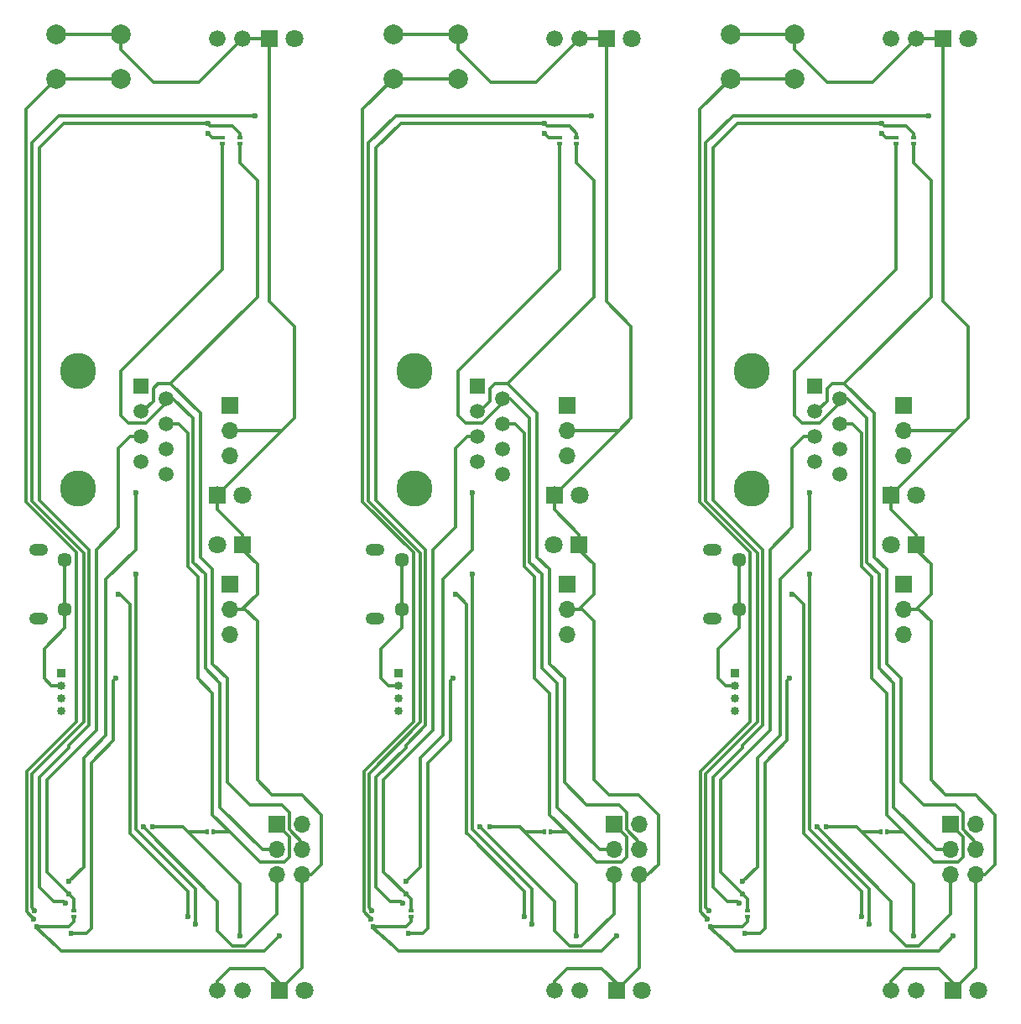
<source format=gbl>
%MOIN*%
%OFA0B0*%
%FSLAX46Y46*%
%IPPOS*%
%LPD*%
%ADD10C,0.0039370078740157488*%
%ADD11R,0.066929133858267723X0.066929133858267723*%
%ADD12O,0.066929133858267723X0.066929133858267723*%
%ADD13C,0.057086614173228349*%
%ADD14O,0.074803149606299218X0.047244094488188976*%
%ADD15R,0.033464566929133861X0.033464566929133861*%
%ADD16C,0.033464566929133861*%
%ADD17C,0.1437007874015748*%
%ADD18R,0.059055118110236227X0.059055118110236227*%
%ADD19C,0.059055118110236227*%
%ADD20C,0.07874015748031496*%
%ADD21C,0.066*%
%ADD22R,0.070866141732283464X0.070866141732283464*%
%ADD23C,0.070866141732283464*%
%ADD24R,0.015748031496062995X0.023622047244094488*%
%ADD25R,0.023622047244094488X0.015748031496062995*%
%ADD26C,0.023622047244094488*%
%ADD27C,0.012000000000000002*%
%ADD38C,0.0039370078740157488*%
%ADD39R,0.066929133858267723X0.066929133858267723*%
%ADD40O,0.066929133858267723X0.066929133858267723*%
%ADD41C,0.057086614173228349*%
%ADD42O,0.074803149606299218X0.047244094488188976*%
%ADD43R,0.033464566929133861X0.033464566929133861*%
%ADD44C,0.033464566929133861*%
%ADD45C,0.1437007874015748*%
%ADD46R,0.059055118110236227X0.059055118110236227*%
%ADD47C,0.059055118110236227*%
%ADD48C,0.07874015748031496*%
%ADD49C,0.066*%
%ADD50R,0.070866141732283464X0.070866141732283464*%
%ADD51C,0.070866141732283464*%
%ADD52R,0.015748031496062995X0.023622047244094488*%
%ADD53R,0.023622047244094488X0.015748031496062995*%
%ADD54C,0.023622047244094488*%
%ADD55C,0.012000000000000002*%
%ADD56C,0.0039370078740157488*%
%ADD57R,0.066929133858267723X0.066929133858267723*%
%ADD58O,0.066929133858267723X0.066929133858267723*%
%ADD59C,0.057086614173228349*%
%ADD60O,0.074803149606299218X0.047244094488188976*%
%ADD61R,0.033464566929133861X0.033464566929133861*%
%ADD62C,0.033464566929133861*%
%ADD63C,0.1437007874015748*%
%ADD64R,0.059055118110236227X0.059055118110236227*%
%ADD65C,0.059055118110236227*%
%ADD66C,0.07874015748031496*%
%ADD67C,0.066*%
%ADD68R,0.070866141732283464X0.070866141732283464*%
%ADD69C,0.070866141732283464*%
%ADD70R,0.015748031496062995X0.023622047244094488*%
%ADD71R,0.023622047244094488X0.015748031496062995*%
%ADD72C,0.023622047244094488*%
%ADD73C,0.012000000000000002*%
G01*
D10*
D11*
X-0001585590Y0005362952D02*
X0001013779Y0000738188D03*
D12*
X0001113779Y0000738188D03*
X0001013779Y0000638188D03*
X0001113779Y0000638188D03*
X0001013779Y0000538188D03*
X0001113779Y0000538188D03*
D13*
X0000171259Y0001791338D03*
X0000171259Y0001594487D03*
D14*
X0000064960Y0001830708D03*
X0000064960Y0001555117D03*
D15*
X0000157480Y0001338582D03*
D16*
X0000157480Y0001289369D03*
X0000157480Y0001240157D03*
X0000157480Y0001190944D03*
D17*
X0000222440Y0002071653D03*
X0000222440Y0002538976D03*
D18*
X0000472440Y0002480314D03*
D19*
X0000572440Y0002430314D03*
X0000472440Y0002380314D03*
X0000572440Y0002330314D03*
X0000472440Y0002280314D03*
X0000572440Y0002230314D03*
X0000472440Y0002180314D03*
X0000572440Y0002130314D03*
D20*
X0000393700Y0003700787D03*
X0000393700Y0003877952D03*
X0000137795Y0003700787D03*
X0000137795Y0003877952D03*
D21*
X0000776771Y0000078739D03*
X0000876771Y0000078739D03*
X0000876771Y0003858267D03*
X0000776771Y0003858267D03*
D22*
X0000875984Y0001850393D03*
D23*
X0000775984Y0001850393D03*
D22*
X0000777559Y0002047243D03*
D23*
X0000877559Y0002047243D03*
D22*
X0000984252Y0003858267D03*
D23*
X0001084252Y0003858267D03*
D22*
X0001023622Y0000078739D03*
D23*
X0001123622Y0000078739D03*
D24*
X0000736220Y0000708661D03*
X0000759842Y0000708661D03*
D25*
X0000797244Y0003466535D03*
X0000797244Y0003442913D03*
X0000206692Y0000372047D03*
X0000206692Y0000395669D03*
X0000866141Y0003466535D03*
X0000866141Y0003442913D03*
D11*
X0000826771Y0001692913D03*
D12*
X0000826771Y0001592913D03*
X0000826771Y0001492913D03*
D11*
X0000826771Y0002401574D03*
D12*
X0000826771Y0002301574D03*
X0000826771Y0002201574D03*
D26*
X0000187007Y0000462598D03*
X0000173228Y0000427165D03*
X0000738189Y0003523621D03*
X0000374015Y0001318897D03*
X0000196850Y0000305117D03*
X0000187007Y0000511810D03*
X0000452755Y0002057086D03*
X0000519685Y0000728346D03*
X0000866141Y0000295275D03*
X0000047244Y0000364172D03*
X0000738189Y0003484251D03*
X0000925196Y0003553149D03*
X0000051181Y0000397637D03*
X0001023622Y0000295275D03*
X0000059055Y0000334645D03*
X0000482283Y0000728346D03*
X0000659448Y0000374015D03*
X0000383858Y0001653543D03*
X0000452755Y0001732283D03*
X0000688976Y0000344487D03*
D27*
X0000826771Y0002301574D02*
X0001031889Y0002301574D01*
X0001031889Y0002301574D02*
X0001033464Y0002303149D01*
X0000826771Y0001592913D02*
X0000887401Y0001592913D01*
X0000935039Y0000915354D02*
X0000994094Y0000856298D01*
X0000935039Y0001545275D02*
X0000935039Y0000915354D01*
X0000887401Y0001592913D02*
X0000935039Y0001545275D01*
X0000875984Y0001850393D02*
X0000875984Y0001830708D01*
X0000875984Y0001830708D02*
X0000935039Y0001771653D01*
X0000874409Y0001592913D02*
X0000826771Y0001592913D01*
X0000935039Y0001653543D02*
X0000874409Y0001592913D01*
X0000935039Y0001771653D02*
X0000935039Y0001653543D01*
X0001112204Y0000856298D02*
X0001190944Y0000777558D01*
X0001190944Y0000580708D02*
X0001190944Y0000777558D01*
X0001148425Y0000538188D02*
X0001190944Y0000580708D01*
X0001113779Y0000538188D02*
X0001148425Y0000538188D01*
X0000994094Y0000856298D02*
X0001112204Y0000856298D01*
X0000393700Y0003877952D02*
X0000393700Y0003814960D01*
X0000703543Y0003685039D02*
X0000876771Y0003858267D01*
X0000523622Y0003685039D02*
X0000703543Y0003685039D01*
X0000393700Y0003814960D02*
X0000523622Y0003685039D01*
X0001082677Y0002667322D02*
X0001082677Y0002716535D01*
X0000777559Y0002047243D02*
X0001033464Y0002303149D01*
X0001033464Y0002303149D02*
X0001082677Y0002352361D01*
X0001082677Y0002667322D02*
X0001082677Y0002421259D01*
X0001082677Y0002421259D02*
X0001082677Y0002352361D01*
X0000984252Y0002814960D02*
X0000984252Y0003769684D01*
X0001082677Y0002716535D02*
X0000984252Y0002814960D01*
X0000984252Y0003858267D02*
X0000984252Y0003769684D01*
X0000984252Y0003769684D02*
X0000984252Y0003759842D01*
X0000393700Y0003877952D02*
X0000137795Y0003877952D01*
X0000876771Y0003858267D02*
X0000875984Y0003858267D01*
X0000984252Y0003858267D02*
X0000876771Y0003858267D01*
X0000777559Y0002047243D02*
X0000777559Y0002076771D01*
X0000875984Y0001850393D02*
X0000875984Y0001889763D01*
X0000777559Y0001988188D02*
X0000777559Y0002047243D01*
X0000875984Y0001889763D02*
X0000777559Y0001988188D01*
X0001023622Y0000078739D02*
X0001023622Y0000108267D01*
X0001023622Y0000108267D02*
X0000964566Y0000167322D01*
X0000776771Y0000117322D02*
X0000776771Y0000078739D01*
X0000826771Y0000167322D02*
X0000776771Y0000117322D01*
X0000964566Y0000167322D02*
X0000826771Y0000167322D01*
X0001113779Y0000538188D02*
X0001113779Y0000168897D01*
X0001113779Y0000168897D02*
X0001023622Y0000078739D01*
X0000171259Y0001594487D02*
X0000171259Y0001791338D01*
X0000171259Y0001594487D02*
X0000171259Y0001519684D01*
X0000118110Y0001289369D02*
X0000157480Y0001289369D01*
X0000088582Y0001318897D02*
X0000118110Y0001289369D01*
X0000088582Y0001437007D02*
X0000088582Y0001318897D01*
X0000171259Y0001519684D02*
X0000088582Y0001437007D01*
X0000206692Y0000395669D02*
X0000206692Y0000442913D01*
X0000206692Y0000442913D02*
X0000187007Y0000462598D01*
X0000429921Y0002280314D02*
X0000472440Y0002280314D01*
X0000383858Y0002234251D02*
X0000429921Y0002280314D01*
X0000383858Y0001919291D02*
X0000383858Y0002234251D01*
X0000295275Y0001830708D02*
X0000383858Y0001919291D01*
X0000295275Y0001112204D02*
X0000295275Y0001830708D01*
X0000098425Y0000915354D02*
X0000295275Y0001112204D01*
X0000098425Y0000551180D02*
X0000098425Y0000915354D01*
X0000187007Y0000462598D02*
X0000098425Y0000551180D01*
X0000472440Y0002280314D02*
X0000472440Y0002275590D01*
X0000173228Y0000427165D02*
X0000167322Y0000433070D01*
X0000167322Y0000433070D02*
X0000125984Y0000433070D01*
X0000125984Y0000433070D02*
X0000068897Y0000490157D01*
X0000068897Y0000490157D02*
X0000068897Y0000561023D01*
X0000866141Y0003466535D02*
X0000866141Y0003484251D01*
X0000748031Y0003513779D02*
X0000738189Y0003523621D01*
X0000836614Y0003513779D02*
X0000748031Y0003513779D01*
X0000866141Y0003484251D02*
X0000836614Y0003513779D01*
X0000167322Y0003523621D02*
X0000738189Y0003523621D01*
X0000068897Y0003425196D02*
X0000167322Y0003523621D01*
X0000068897Y0002027558D02*
X0000068897Y0003425196D01*
X0000265937Y0001830519D02*
X0000068897Y0002027558D01*
X0000265937Y0001132078D02*
X0000265937Y0001830519D01*
X0000187007Y0001053149D02*
X0000265937Y0001132078D01*
X0000187007Y0001043306D02*
X0000187007Y0001053149D01*
X0000068897Y0000925196D02*
X0000187007Y0001043306D01*
X0000068897Y0000561023D02*
X0000068897Y0000925196D01*
X0000255905Y0000305117D02*
X0000196850Y0000305117D01*
X0000374015Y0001318897D02*
X0000364173Y0001309054D01*
X0000364173Y0001309054D02*
X0000364173Y0001072834D01*
X0000364173Y0001072834D02*
X0000275590Y0000984251D01*
X0000275590Y0000984251D02*
X0000275590Y0000324802D01*
X0000275590Y0000324802D02*
X0000255905Y0000305117D01*
X0000187007Y0000511810D02*
X0000246063Y0000570865D01*
X0000452755Y0002057086D02*
X0000452755Y0001830708D01*
X0000452755Y0001830708D02*
X0000334645Y0001712598D01*
X0000334645Y0001712598D02*
X0000334645Y0001092519D01*
X0000334645Y0001092519D02*
X0000246063Y0001003936D01*
X0000246063Y0001003936D02*
X0000246063Y0000570865D01*
X0000659448Y0000708661D02*
X0000639763Y0000728346D01*
X0000639763Y0000728346D02*
X0000519685Y0000728346D01*
X0000736220Y0000708661D02*
X0000659448Y0000708661D01*
X0000866141Y0000501968D02*
X0000659448Y0000708661D01*
X0000866141Y0000295275D02*
X0000866141Y0000501968D01*
X0000019685Y0000413385D02*
X0000019685Y0000948818D01*
X0000019685Y0000948818D02*
X0000216535Y0001145669D01*
X0000216535Y0001145669D02*
X0000216535Y0001818897D01*
X0000216535Y0001818897D02*
X0000015748Y0002019684D01*
X0000015748Y0002019684D02*
X0000015748Y0003578739D01*
X0000015748Y0003578739D02*
X0000137795Y0003700787D01*
X0000019685Y0000391732D02*
X0000019685Y0000413385D01*
X0000047244Y0000364172D02*
X0000019685Y0000391732D01*
X0000137795Y0003700787D02*
X0000393700Y0003700787D01*
X0000755905Y0003466535D02*
X0000738189Y0003484251D01*
X0000755905Y0003466535D02*
X0000797244Y0003466535D01*
X0000147637Y0003553149D02*
X0000895669Y0003553149D01*
X0000039370Y0003444881D02*
X0000147637Y0003553149D01*
X0000039370Y0002024168D02*
X0000039370Y0003444881D01*
X0000246063Y0001817476D02*
X0000039370Y0002024168D01*
X0000246063Y0001147090D02*
X0000246063Y0001817476D01*
X0000039559Y0000940586D02*
X0000246063Y0001147090D01*
X0000039559Y0000432881D02*
X0000039559Y0000940586D01*
X0000895669Y0003553149D02*
X0000925196Y0003553149D01*
X0000039559Y0000409259D02*
X0000039559Y0000432881D01*
X0000051181Y0000397637D02*
X0000039559Y0000409259D01*
X0000679133Y0001791338D02*
X0000679133Y0001781306D01*
X0000956299Y0000638188D02*
X0000787401Y0000807086D01*
X0000679133Y0001791338D02*
X0000679133Y0002352361D01*
X0000601181Y0002430314D02*
X0000679133Y0002352361D01*
X0000956299Y0000638188D02*
X0001013779Y0000638188D01*
X0000787401Y0001299212D02*
X0000787401Y0000807086D01*
X0000728346Y0001358267D02*
X0000787401Y0001299212D01*
X0000728346Y0001732094D02*
X0000728346Y0001358267D01*
X0000679133Y0001781306D02*
X0000728346Y0001732094D01*
X0000572440Y0002430314D02*
X0000572440Y0002412991D01*
X0000572440Y0002412991D02*
X0000492126Y0002332676D01*
X0000797244Y0002942913D02*
X0000797244Y0003442913D01*
X0000393700Y0002539369D02*
X0000797244Y0002942913D01*
X0000393700Y0002362204D02*
X0000393700Y0002539369D01*
X0000423228Y0002332676D02*
X0000393700Y0002362204D01*
X0000492126Y0002332676D02*
X0000423228Y0002332676D01*
X0000601181Y0002430314D02*
X0000572440Y0002430314D01*
X0000708661Y0001819444D02*
X0000708661Y0001801180D01*
X0000905511Y0000816928D02*
X0001033464Y0000816928D01*
X0000816929Y0000905511D02*
X0000905511Y0000816928D01*
X0001033464Y0000816928D02*
X0001062992Y0000787401D01*
X0001062992Y0000787401D02*
X0001062992Y0000718503D01*
X0001113779Y0000667716D02*
X0001062992Y0000718503D01*
X0000708661Y0002372047D02*
X0000708661Y0001819444D01*
X0000708661Y0002372047D02*
X0000590551Y0002490157D01*
X0000816929Y0001318897D02*
X0000816929Y0000905511D01*
X0000757874Y0001377952D02*
X0000816929Y0001318897D01*
X0000757874Y0001751968D02*
X0000757874Y0001377952D01*
X0000708661Y0001801180D02*
X0000757874Y0001751968D01*
X0000541338Y0002490157D02*
X0000590551Y0002490157D01*
X0000521653Y0002470472D02*
X0000541338Y0002490157D01*
X0000521653Y0002421259D02*
X0000521653Y0002470472D01*
X0000480708Y0002380314D02*
X0000521653Y0002421259D01*
X0000590551Y0002490157D02*
X0000935039Y0002834645D01*
X0000935039Y0002834645D02*
X0000935039Y0003297243D01*
X0000935039Y0003297243D02*
X0000866141Y0003366141D01*
X0000866141Y0003366141D02*
X0000866141Y0003442913D01*
X0000472440Y0002380314D02*
X0000480708Y0002380314D01*
X0001113779Y0000667716D02*
X0001113779Y0000638188D01*
X0000659259Y0001761999D02*
X0000698818Y0001722440D01*
X0000622251Y0002330314D02*
X0000659259Y0002293306D01*
X0000659259Y0002293306D02*
X0000659259Y0001761999D01*
X0000826771Y0000708661D02*
X0000757874Y0000777558D01*
X0000622251Y0002330314D02*
X0000572440Y0002330314D01*
X0000757874Y0001259842D02*
X0000757874Y0000777558D01*
X0000698818Y0001318897D02*
X0000757874Y0001259842D01*
X0000698818Y0001545086D02*
X0000698818Y0001318897D01*
X0000698818Y0001722440D02*
X0000698818Y0001545086D01*
X0000759842Y0000708661D02*
X0000826771Y0000708661D01*
X0001062992Y0000688976D02*
X0001013779Y0000738188D01*
X0001062992Y0000610235D02*
X0001062992Y0000688976D01*
X0001043307Y0000590550D02*
X0001062992Y0000610235D01*
X0000944881Y0000590550D02*
X0001043307Y0000590550D01*
X0000826771Y0000708661D02*
X0000944881Y0000590550D01*
X0000572440Y0002330314D02*
X0000571259Y0002330314D01*
X0000738189Y0000236220D02*
X0000157480Y0000236220D01*
X0001023622Y0000295275D02*
X0000964566Y0000236220D01*
X0000964566Y0000236220D02*
X0000738189Y0000236220D01*
X0000059055Y0000324802D02*
X0000059055Y0000334645D01*
X0000137795Y0000255905D02*
X0000059055Y0000324802D01*
X0000157480Y0000236220D02*
X0000137795Y0000255905D01*
X0000059055Y0000334645D02*
X0000187007Y0000334645D01*
X0000206692Y0000354330D02*
X0000206692Y0000372047D01*
X0000187007Y0000334645D02*
X0000206692Y0000354330D01*
X0000807086Y0000285432D02*
X0000807275Y0000285432D01*
X0000777559Y0000433070D02*
X0000777559Y0000314960D01*
X0000777559Y0000314960D02*
X0000807086Y0000285432D01*
X0000482283Y0000728346D02*
X0000777559Y0000433070D01*
X0001013779Y0000383858D02*
X0001013779Y0000538188D01*
X0000886015Y0000256094D02*
X0001013779Y0000383858D01*
X0000836614Y0000256094D02*
X0000886015Y0000256094D01*
X0000807275Y0000285432D02*
X0000836614Y0000256094D01*
X0000383858Y0001653543D02*
X0000389763Y0001653543D01*
X0000429133Y0001614172D02*
X0000429133Y0000702755D01*
X0000389763Y0001653543D02*
X0000429133Y0001614172D01*
X0000433070Y0000698818D02*
X0000659448Y0000472440D01*
X0000659448Y0000472440D02*
X0000659448Y0000374015D01*
X0000688976Y0000344487D02*
X0000688976Y0000484251D01*
X0000452755Y0000720472D02*
X0000452755Y0001732283D01*
X0000688976Y0000484251D02*
X0000452755Y0000720472D01*
G04 next file*
G04 #@! TF.FileFunction,Copper,L2,Bot,Signal*
G04 Gerber Fmt 4.6, Leading zero omitted, Abs format (unit mm)*
G04 Created by KiCad (PCBNEW 4.0.6) date 06/30/20 08:24:00*
G01*
G04 APERTURE LIST*
G04 APERTURE END LIST*
D38*
D39*
X-0000247007Y0005362952D02*
X0002352362Y0000738188D03*
D40*
X0002452362Y0000738188D03*
X0002352362Y0000638188D03*
X0002452362Y0000638188D03*
X0002352362Y0000538188D03*
X0002452362Y0000538188D03*
D41*
X0001509842Y0001791338D03*
X0001509842Y0001594487D03*
D42*
X0001403543Y0001830708D03*
X0001403543Y0001555117D03*
D43*
X0001496062Y0001338582D03*
D44*
X0001496062Y0001289369D03*
X0001496062Y0001240157D03*
X0001496062Y0001190944D03*
D45*
X0001561023Y0002071653D03*
X0001561023Y0002538976D03*
D46*
X0001811023Y0002480314D03*
D47*
X0001911023Y0002430314D03*
X0001811023Y0002380314D03*
X0001911023Y0002330314D03*
X0001811023Y0002280314D03*
X0001911023Y0002230314D03*
X0001811023Y0002180314D03*
X0001911023Y0002130314D03*
D48*
X0001732283Y0003700787D03*
X0001732283Y0003877952D03*
X0001476377Y0003700787D03*
X0001476377Y0003877952D03*
D49*
X0002115354Y0000078739D03*
X0002215354Y0000078739D03*
X0002215354Y0003858267D03*
X0002115354Y0003858267D03*
D50*
X0002214566Y0001850393D03*
D51*
X0002114566Y0001850393D03*
D50*
X0002116141Y0002047243D03*
D51*
X0002216141Y0002047243D03*
D50*
X0002322834Y0003858267D03*
D51*
X0002422834Y0003858267D03*
D50*
X0002362204Y0000078739D03*
D51*
X0002462204Y0000078739D03*
D52*
X0002074803Y0000708661D03*
X0002098425Y0000708661D03*
D53*
X0002135826Y0003466535D03*
X0002135826Y0003442913D03*
X0001545275Y0000372047D03*
X0001545275Y0000395669D03*
X0002204724Y0003466535D03*
X0002204724Y0003442913D03*
D39*
X0002165354Y0001692913D03*
D40*
X0002165354Y0001592913D03*
X0002165354Y0001492913D03*
D39*
X0002165354Y0002401574D03*
D40*
X0002165354Y0002301574D03*
X0002165354Y0002201574D03*
D54*
X0001525590Y0000462598D03*
X0001511810Y0000427165D03*
X0002076771Y0003523621D03*
X0001712598Y0001318897D03*
X0001535433Y0000305117D03*
X0001525590Y0000511810D03*
X0001791338Y0002057086D03*
X0001858267Y0000728346D03*
X0002204724Y0000295275D03*
X0001385826Y0000364172D03*
X0002076771Y0003484251D03*
X0002263779Y0003553149D03*
X0001389763Y0000397637D03*
X0002362204Y0000295275D03*
X0001397637Y0000334645D03*
X0001820866Y0000728346D03*
X0001998031Y0000374015D03*
X0001722440Y0001653543D03*
X0001791338Y0001732283D03*
X0002027559Y0000344487D03*
D55*
X0002165354Y0002301574D02*
X0002370472Y0002301574D01*
X0002370472Y0002301574D02*
X0002372047Y0002303149D01*
X0002165354Y0001592913D02*
X0002225984Y0001592913D01*
X0002273622Y0000915354D02*
X0002332677Y0000856298D01*
X0002273622Y0001545275D02*
X0002273622Y0000915354D01*
X0002225984Y0001592913D02*
X0002273622Y0001545275D01*
X0002214566Y0001850393D02*
X0002214566Y0001830708D01*
X0002214566Y0001830708D02*
X0002273622Y0001771653D01*
X0002212992Y0001592913D02*
X0002165354Y0001592913D01*
X0002273622Y0001653543D02*
X0002212992Y0001592913D01*
X0002273622Y0001771653D02*
X0002273622Y0001653543D01*
X0002450787Y0000856298D02*
X0002529527Y0000777558D01*
X0002529527Y0000580708D02*
X0002529527Y0000777558D01*
X0002487007Y0000538188D02*
X0002529527Y0000580708D01*
X0002452362Y0000538188D02*
X0002487007Y0000538188D01*
X0002332677Y0000856298D02*
X0002450787Y0000856298D01*
X0001732283Y0003877952D02*
X0001732283Y0003814960D01*
X0002042125Y0003685039D02*
X0002215354Y0003858267D01*
X0001862204Y0003685039D02*
X0002042125Y0003685039D01*
X0001732283Y0003814960D02*
X0001862204Y0003685039D01*
X0002421259Y0002667322D02*
X0002421259Y0002716535D01*
X0002116141Y0002047243D02*
X0002372047Y0002303149D01*
X0002372047Y0002303149D02*
X0002421259Y0002352361D01*
X0002421259Y0002667322D02*
X0002421259Y0002421259D01*
X0002421259Y0002421259D02*
X0002421259Y0002352361D01*
X0002322834Y0002814960D02*
X0002322834Y0003769684D01*
X0002421259Y0002716535D02*
X0002322834Y0002814960D01*
X0002322834Y0003858267D02*
X0002322834Y0003769684D01*
X0002322834Y0003769684D02*
X0002322834Y0003759842D01*
X0001732283Y0003877952D02*
X0001476377Y0003877952D01*
X0002215354Y0003858267D02*
X0002214566Y0003858267D01*
X0002322834Y0003858267D02*
X0002215354Y0003858267D01*
X0002116141Y0002047243D02*
X0002116141Y0002076771D01*
X0002214566Y0001850393D02*
X0002214566Y0001889763D01*
X0002116141Y0001988188D02*
X0002116141Y0002047243D01*
X0002214566Y0001889763D02*
X0002116141Y0001988188D01*
X0002362204Y0000078739D02*
X0002362204Y0000108267D01*
X0002362204Y0000108267D02*
X0002303149Y0000167322D01*
X0002115354Y0000117322D02*
X0002115354Y0000078739D01*
X0002165354Y0000167322D02*
X0002115354Y0000117322D01*
X0002303149Y0000167322D02*
X0002165354Y0000167322D01*
X0002452362Y0000538188D02*
X0002452362Y0000168897D01*
X0002452362Y0000168897D02*
X0002362204Y0000078739D01*
X0001509842Y0001594487D02*
X0001509842Y0001791338D01*
X0001509842Y0001594487D02*
X0001509842Y0001519684D01*
X0001456692Y0001289369D02*
X0001496062Y0001289369D01*
X0001427165Y0001318897D02*
X0001456692Y0001289369D01*
X0001427165Y0001437007D02*
X0001427165Y0001318897D01*
X0001509842Y0001519684D02*
X0001427165Y0001437007D01*
X0001545275Y0000395669D02*
X0001545275Y0000442913D01*
X0001545275Y0000442913D02*
X0001525590Y0000462598D01*
X0001768503Y0002280314D02*
X0001811023Y0002280314D01*
X0001722440Y0002234251D02*
X0001768503Y0002280314D01*
X0001722440Y0001919291D02*
X0001722440Y0002234251D01*
X0001633858Y0001830708D02*
X0001722440Y0001919291D01*
X0001633858Y0001112204D02*
X0001633858Y0001830708D01*
X0001437007Y0000915354D02*
X0001633858Y0001112204D01*
X0001437007Y0000551180D02*
X0001437007Y0000915354D01*
X0001525590Y0000462598D02*
X0001437007Y0000551180D01*
X0001811023Y0002280314D02*
X0001811023Y0002275590D01*
X0001511810Y0000427165D02*
X0001505905Y0000433070D01*
X0001505905Y0000433070D02*
X0001464566Y0000433070D01*
X0001464566Y0000433070D02*
X0001407480Y0000490157D01*
X0001407480Y0000490157D02*
X0001407480Y0000561023D01*
X0002204724Y0003466535D02*
X0002204724Y0003484251D01*
X0002086614Y0003513779D02*
X0002076771Y0003523621D01*
X0002175196Y0003513779D02*
X0002086614Y0003513779D01*
X0002204724Y0003484251D02*
X0002175196Y0003513779D01*
X0001505905Y0003523621D02*
X0002076771Y0003523621D01*
X0001407480Y0003425196D02*
X0001505905Y0003523621D01*
X0001407480Y0002027558D02*
X0001407480Y0003425196D01*
X0001604519Y0001830519D02*
X0001407480Y0002027558D01*
X0001604519Y0001132078D02*
X0001604519Y0001830519D01*
X0001525590Y0001053149D02*
X0001604519Y0001132078D01*
X0001525590Y0001043306D02*
X0001525590Y0001053149D01*
X0001407480Y0000925196D02*
X0001525590Y0001043306D01*
X0001407480Y0000561023D02*
X0001407480Y0000925196D01*
X0001594488Y0000305117D02*
X0001535433Y0000305117D01*
X0001712598Y0001318897D02*
X0001702755Y0001309054D01*
X0001702755Y0001309054D02*
X0001702755Y0001072834D01*
X0001702755Y0001072834D02*
X0001614173Y0000984251D01*
X0001614173Y0000984251D02*
X0001614173Y0000324802D01*
X0001614173Y0000324802D02*
X0001594488Y0000305117D01*
X0001525590Y0000511810D02*
X0001584645Y0000570865D01*
X0001791338Y0002057086D02*
X0001791338Y0001830708D01*
X0001791338Y0001830708D02*
X0001673228Y0001712598D01*
X0001673228Y0001712598D02*
X0001673228Y0001092519D01*
X0001673228Y0001092519D02*
X0001584645Y0001003936D01*
X0001584645Y0001003936D02*
X0001584645Y0000570865D01*
X0001998031Y0000708661D02*
X0001978346Y0000728346D01*
X0001978346Y0000728346D02*
X0001858267Y0000728346D01*
X0002074803Y0000708661D02*
X0001998031Y0000708661D01*
X0002204724Y0000501968D02*
X0001998031Y0000708661D01*
X0002204724Y0000295275D02*
X0002204724Y0000501968D01*
X0001358267Y0000413385D02*
X0001358267Y0000948818D01*
X0001358267Y0000948818D02*
X0001555118Y0001145669D01*
X0001555118Y0001145669D02*
X0001555118Y0001818897D01*
X0001555118Y0001818897D02*
X0001354330Y0002019684D01*
X0001354330Y0002019684D02*
X0001354330Y0003578739D01*
X0001354330Y0003578739D02*
X0001476377Y0003700787D01*
X0001358267Y0000391732D02*
X0001358267Y0000413385D01*
X0001385826Y0000364172D02*
X0001358267Y0000391732D01*
X0001476377Y0003700787D02*
X0001732283Y0003700787D01*
X0002094488Y0003466535D02*
X0002076771Y0003484251D01*
X0002094488Y0003466535D02*
X0002135826Y0003466535D01*
X0001486220Y0003553149D02*
X0002234251Y0003553149D01*
X0001377952Y0003444881D02*
X0001486220Y0003553149D01*
X0001377952Y0002024168D02*
X0001377952Y0003444881D01*
X0001584645Y0001817476D02*
X0001377952Y0002024168D01*
X0001584645Y0001147090D02*
X0001584645Y0001817476D01*
X0001378141Y0000940586D02*
X0001584645Y0001147090D01*
X0001378141Y0000432881D02*
X0001378141Y0000940586D01*
X0002234251Y0003553149D02*
X0002263779Y0003553149D01*
X0001378141Y0000409259D02*
X0001378141Y0000432881D01*
X0001389763Y0000397637D02*
X0001378141Y0000409259D01*
X0002017716Y0001791338D02*
X0002017716Y0001781306D01*
X0002294881Y0000638188D02*
X0002125984Y0000807086D01*
X0002017716Y0001791338D02*
X0002017716Y0002352361D01*
X0001939763Y0002430314D02*
X0002017716Y0002352361D01*
X0002294881Y0000638188D02*
X0002352362Y0000638188D01*
X0002125984Y0001299212D02*
X0002125984Y0000807086D01*
X0002066929Y0001358267D02*
X0002125984Y0001299212D01*
X0002066929Y0001732094D02*
X0002066929Y0001358267D01*
X0002017716Y0001781306D02*
X0002066929Y0001732094D01*
X0001911023Y0002430314D02*
X0001911023Y0002412991D01*
X0001911023Y0002412991D02*
X0001830708Y0002332676D01*
X0002135826Y0002942913D02*
X0002135826Y0003442913D01*
X0001732283Y0002539369D02*
X0002135826Y0002942913D01*
X0001732283Y0002362204D02*
X0001732283Y0002539369D01*
X0001761810Y0002332676D02*
X0001732283Y0002362204D01*
X0001830708Y0002332676D02*
X0001761810Y0002332676D01*
X0001939763Y0002430314D02*
X0001911023Y0002430314D01*
X0002047244Y0001819444D02*
X0002047244Y0001801180D01*
X0002244094Y0000816928D02*
X0002372047Y0000816928D01*
X0002155511Y0000905511D02*
X0002244094Y0000816928D01*
X0002372047Y0000816928D02*
X0002401574Y0000787401D01*
X0002401574Y0000787401D02*
X0002401574Y0000718503D01*
X0002452362Y0000667716D02*
X0002401574Y0000718503D01*
X0002047244Y0002372047D02*
X0002047244Y0001819444D01*
X0002047244Y0002372047D02*
X0001929133Y0002490157D01*
X0002155511Y0001318897D02*
X0002155511Y0000905511D01*
X0002096456Y0001377952D02*
X0002155511Y0001318897D01*
X0002096456Y0001751968D02*
X0002096456Y0001377952D01*
X0002047244Y0001801180D02*
X0002096456Y0001751968D01*
X0001879921Y0002490157D02*
X0001929133Y0002490157D01*
X0001860236Y0002470472D02*
X0001879921Y0002490157D01*
X0001860236Y0002421259D02*
X0001860236Y0002470472D01*
X0001819291Y0002380314D02*
X0001860236Y0002421259D01*
X0001929133Y0002490157D02*
X0002273622Y0002834645D01*
X0002273622Y0002834645D02*
X0002273622Y0003297243D01*
X0002273622Y0003297243D02*
X0002204724Y0003366141D01*
X0002204724Y0003366141D02*
X0002204724Y0003442913D01*
X0001811023Y0002380314D02*
X0001819291Y0002380314D01*
X0002452362Y0000667716D02*
X0002452362Y0000638188D01*
X0001997842Y0001761999D02*
X0002037401Y0001722440D01*
X0001960834Y0002330314D02*
X0001997842Y0002293306D01*
X0001997842Y0002293306D02*
X0001997842Y0001761999D01*
X0002165354Y0000708661D02*
X0002096456Y0000777558D01*
X0001960834Y0002330314D02*
X0001911023Y0002330314D01*
X0002096456Y0001259842D02*
X0002096456Y0000777558D01*
X0002037401Y0001318897D02*
X0002096456Y0001259842D01*
X0002037401Y0001545086D02*
X0002037401Y0001318897D01*
X0002037401Y0001722440D02*
X0002037401Y0001545086D01*
X0002098425Y0000708661D02*
X0002165354Y0000708661D01*
X0002401574Y0000688976D02*
X0002352362Y0000738188D01*
X0002401574Y0000610235D02*
X0002401574Y0000688976D01*
X0002381889Y0000590550D02*
X0002401574Y0000610235D01*
X0002283464Y0000590550D02*
X0002381889Y0000590550D01*
X0002165354Y0000708661D02*
X0002283464Y0000590550D01*
X0001911023Y0002330314D02*
X0001909842Y0002330314D01*
X0002076771Y0000236220D02*
X0001496062Y0000236220D01*
X0002362204Y0000295275D02*
X0002303149Y0000236220D01*
X0002303149Y0000236220D02*
X0002076771Y0000236220D01*
X0001397637Y0000324802D02*
X0001397637Y0000334645D01*
X0001476377Y0000255905D02*
X0001397637Y0000324802D01*
X0001496062Y0000236220D02*
X0001476377Y0000255905D01*
X0001397637Y0000334645D02*
X0001525590Y0000334645D01*
X0001545275Y0000354330D02*
X0001545275Y0000372047D01*
X0001525590Y0000334645D02*
X0001545275Y0000354330D01*
X0002145669Y0000285432D02*
X0002145858Y0000285432D01*
X0002116141Y0000433070D02*
X0002116141Y0000314960D01*
X0002116141Y0000314960D02*
X0002145669Y0000285432D01*
X0001820866Y0000728346D02*
X0002116141Y0000433070D01*
X0002352362Y0000383858D02*
X0002352362Y0000538188D01*
X0002224598Y0000256094D02*
X0002352362Y0000383858D01*
X0002175196Y0000256094D02*
X0002224598Y0000256094D01*
X0002145858Y0000285432D02*
X0002175196Y0000256094D01*
X0001722440Y0001653543D02*
X0001728346Y0001653543D01*
X0001767716Y0001614172D02*
X0001767716Y0000702755D01*
X0001728346Y0001653543D02*
X0001767716Y0001614172D01*
X0001771653Y0000698818D02*
X0001998031Y0000472440D01*
X0001998031Y0000472440D02*
X0001998031Y0000374015D01*
X0002027559Y0000344487D02*
X0002027559Y0000484251D01*
X0001791338Y0000720472D02*
X0001791338Y0001732283D01*
X0002027559Y0000484251D02*
X0001791338Y0000720472D01*
G04 next file*
G04 #@! TF.FileFunction,Copper,L2,Bot,Signal*
G04 Gerber Fmt 4.6, Leading zero omitted, Abs format (unit mm)*
G04 Created by KiCad (PCBNEW 4.0.6) date 06/30/20 08:24:00*
G01*
G04 APERTURE LIST*
G04 APERTURE END LIST*
D56*
D57*
X0001091574Y0005362952D02*
X0003690944Y0000738188D03*
D58*
X0003790944Y0000738188D03*
X0003690944Y0000638188D03*
X0003790944Y0000638188D03*
X0003690944Y0000538188D03*
X0003790944Y0000538188D03*
D59*
X0002848425Y0001791338D03*
X0002848425Y0001594487D03*
D60*
X0002742125Y0001830708D03*
X0002742125Y0001555117D03*
D61*
X0002834645Y0001338582D03*
D62*
X0002834645Y0001289369D03*
X0002834645Y0001240157D03*
X0002834645Y0001190944D03*
D63*
X0002899606Y0002071653D03*
X0002899606Y0002538976D03*
D64*
X0003149606Y0002480314D03*
D65*
X0003249606Y0002430314D03*
X0003149606Y0002380314D03*
X0003249606Y0002330314D03*
X0003149606Y0002280314D03*
X0003249606Y0002230314D03*
X0003149606Y0002180314D03*
X0003249606Y0002130314D03*
D66*
X0003070866Y0003700787D03*
X0003070866Y0003877952D03*
X0002814960Y0003700787D03*
X0002814960Y0003877952D03*
D67*
X0003453936Y0000078739D03*
X0003553936Y0000078739D03*
X0003553936Y0003858267D03*
X0003453936Y0003858267D03*
D68*
X0003553149Y0001850393D03*
D69*
X0003453149Y0001850393D03*
D68*
X0003454724Y0002047243D03*
D69*
X0003554724Y0002047243D03*
D68*
X0003661417Y0003858267D03*
D69*
X0003761417Y0003858267D03*
D68*
X0003700787Y0000078739D03*
D69*
X0003800787Y0000078739D03*
D70*
X0003413385Y0000708661D03*
X0003437007Y0000708661D03*
D71*
X0003474409Y0003466535D03*
X0003474409Y0003442913D03*
X0002883858Y0000372047D03*
X0002883858Y0000395669D03*
X0003543307Y0003466535D03*
X0003543307Y0003442913D03*
D57*
X0003503936Y0001692913D03*
D58*
X0003503936Y0001592913D03*
X0003503936Y0001492913D03*
D57*
X0003503936Y0002401574D03*
D58*
X0003503936Y0002301574D03*
X0003503936Y0002201574D03*
D72*
X0002864173Y0000462598D03*
X0002850393Y0000427165D03*
X0003415354Y0003523621D03*
X0003051181Y0001318897D03*
X0002874015Y0000305117D03*
X0002864173Y0000511810D03*
X0003129921Y0002057086D03*
X0003196850Y0000728346D03*
X0003543307Y0000295275D03*
X0002724409Y0000364172D03*
X0003415354Y0003484251D03*
X0003602362Y0003553149D03*
X0002728346Y0000397637D03*
X0003700787Y0000295275D03*
X0002736220Y0000334645D03*
X0003159448Y0000728346D03*
X0003336614Y0000374015D03*
X0003061023Y0001653543D03*
X0003129921Y0001732283D03*
X0003366141Y0000344487D03*
D73*
X0003503936Y0002301574D02*
X0003709055Y0002301574D01*
X0003709055Y0002301574D02*
X0003710629Y0002303149D01*
X0003503936Y0001592913D02*
X0003564566Y0001592913D01*
X0003612204Y0000915354D02*
X0003671259Y0000856298D01*
X0003612204Y0001545275D02*
X0003612204Y0000915354D01*
X0003564566Y0001592913D02*
X0003612204Y0001545275D01*
X0003553149Y0001850393D02*
X0003553149Y0001830708D01*
X0003553149Y0001830708D02*
X0003612204Y0001771653D01*
X0003551574Y0001592913D02*
X0003503936Y0001592913D01*
X0003612204Y0001653543D02*
X0003551574Y0001592913D01*
X0003612204Y0001771653D02*
X0003612204Y0001653543D01*
X0003789370Y0000856298D02*
X0003868110Y0000777558D01*
X0003868110Y0000580708D02*
X0003868110Y0000777558D01*
X0003825590Y0000538188D02*
X0003868110Y0000580708D01*
X0003790944Y0000538188D02*
X0003825590Y0000538188D01*
X0003671259Y0000856298D02*
X0003789370Y0000856298D01*
X0003070866Y0003877952D02*
X0003070866Y0003814960D01*
X0003380708Y0003685039D02*
X0003553936Y0003858267D01*
X0003200787Y0003685039D02*
X0003380708Y0003685039D01*
X0003070866Y0003814960D02*
X0003200787Y0003685039D01*
X0003759842Y0002667322D02*
X0003759842Y0002716535D01*
X0003454724Y0002047243D02*
X0003710629Y0002303149D01*
X0003710629Y0002303149D02*
X0003759842Y0002352361D01*
X0003759842Y0002667322D02*
X0003759842Y0002421259D01*
X0003759842Y0002421259D02*
X0003759842Y0002352361D01*
X0003661417Y0002814960D02*
X0003661417Y0003769684D01*
X0003759842Y0002716535D02*
X0003661417Y0002814960D01*
X0003661417Y0003858267D02*
X0003661417Y0003769684D01*
X0003661417Y0003769684D02*
X0003661417Y0003759842D01*
X0003070866Y0003877952D02*
X0002814960Y0003877952D01*
X0003553936Y0003858267D02*
X0003553149Y0003858267D01*
X0003661417Y0003858267D02*
X0003553936Y0003858267D01*
X0003454724Y0002047243D02*
X0003454724Y0002076771D01*
X0003553149Y0001850393D02*
X0003553149Y0001889763D01*
X0003454724Y0001988188D02*
X0003454724Y0002047243D01*
X0003553149Y0001889763D02*
X0003454724Y0001988188D01*
X0003700787Y0000078739D02*
X0003700787Y0000108267D01*
X0003700787Y0000108267D02*
X0003641732Y0000167322D01*
X0003453936Y0000117322D02*
X0003453936Y0000078739D01*
X0003503936Y0000167322D02*
X0003453936Y0000117322D01*
X0003641732Y0000167322D02*
X0003503936Y0000167322D01*
X0003790944Y0000538188D02*
X0003790944Y0000168897D01*
X0003790944Y0000168897D02*
X0003700787Y0000078739D01*
X0002848425Y0001594487D02*
X0002848425Y0001791338D01*
X0002848425Y0001594487D02*
X0002848425Y0001519684D01*
X0002795275Y0001289369D02*
X0002834645Y0001289369D01*
X0002765747Y0001318897D02*
X0002795275Y0001289369D01*
X0002765747Y0001437007D02*
X0002765747Y0001318897D01*
X0002848425Y0001519684D02*
X0002765747Y0001437007D01*
X0002883858Y0000395669D02*
X0002883858Y0000442913D01*
X0002883858Y0000442913D02*
X0002864173Y0000462598D01*
X0003107086Y0002280314D02*
X0003149606Y0002280314D01*
X0003061023Y0002234251D02*
X0003107086Y0002280314D01*
X0003061023Y0001919291D02*
X0003061023Y0002234251D01*
X0002972440Y0001830708D02*
X0003061023Y0001919291D01*
X0002972440Y0001112204D02*
X0002972440Y0001830708D01*
X0002775590Y0000915354D02*
X0002972440Y0001112204D01*
X0002775590Y0000551180D02*
X0002775590Y0000915354D01*
X0002864173Y0000462598D02*
X0002775590Y0000551180D01*
X0003149606Y0002280314D02*
X0003149606Y0002275590D01*
X0002850393Y0000427165D02*
X0002844488Y0000433070D01*
X0002844488Y0000433070D02*
X0002803149Y0000433070D01*
X0002803149Y0000433070D02*
X0002746062Y0000490157D01*
X0002746062Y0000490157D02*
X0002746062Y0000561023D01*
X0003543307Y0003466535D02*
X0003543307Y0003484251D01*
X0003425196Y0003513779D02*
X0003415354Y0003523621D01*
X0003513779Y0003513779D02*
X0003425196Y0003513779D01*
X0003543307Y0003484251D02*
X0003513779Y0003513779D01*
X0002844488Y0003523621D02*
X0003415354Y0003523621D01*
X0002746062Y0003425196D02*
X0002844488Y0003523621D01*
X0002746062Y0002027558D02*
X0002746062Y0003425196D01*
X0002943102Y0001830519D02*
X0002746062Y0002027558D01*
X0002943102Y0001132078D02*
X0002943102Y0001830519D01*
X0002864173Y0001053149D02*
X0002943102Y0001132078D01*
X0002864173Y0001043306D02*
X0002864173Y0001053149D01*
X0002746062Y0000925196D02*
X0002864173Y0001043306D01*
X0002746062Y0000561023D02*
X0002746062Y0000925196D01*
X0002933070Y0000305117D02*
X0002874015Y0000305117D01*
X0003051181Y0001318897D02*
X0003041338Y0001309054D01*
X0003041338Y0001309054D02*
X0003041338Y0001072834D01*
X0003041338Y0001072834D02*
X0002952755Y0000984251D01*
X0002952755Y0000984251D02*
X0002952755Y0000324802D01*
X0002952755Y0000324802D02*
X0002933070Y0000305117D01*
X0002864173Y0000511810D02*
X0002923228Y0000570865D01*
X0003129921Y0002057086D02*
X0003129921Y0001830708D01*
X0003129921Y0001830708D02*
X0003011810Y0001712598D01*
X0003011810Y0001712598D02*
X0003011810Y0001092519D01*
X0003011810Y0001092519D02*
X0002923228Y0001003936D01*
X0002923228Y0001003936D02*
X0002923228Y0000570865D01*
X0003336614Y0000708661D02*
X0003316929Y0000728346D01*
X0003316929Y0000728346D02*
X0003196850Y0000728346D01*
X0003413385Y0000708661D02*
X0003336614Y0000708661D01*
X0003543307Y0000501968D02*
X0003336614Y0000708661D01*
X0003543307Y0000295275D02*
X0003543307Y0000501968D01*
X0002696850Y0000413385D02*
X0002696850Y0000948818D01*
X0002696850Y0000948818D02*
X0002893700Y0001145669D01*
X0002893700Y0001145669D02*
X0002893700Y0001818897D01*
X0002893700Y0001818897D02*
X0002692913Y0002019684D01*
X0002692913Y0002019684D02*
X0002692913Y0003578739D01*
X0002692913Y0003578739D02*
X0002814960Y0003700787D01*
X0002696850Y0000391732D02*
X0002696850Y0000413385D01*
X0002724409Y0000364172D02*
X0002696850Y0000391732D01*
X0002814960Y0003700787D02*
X0003070866Y0003700787D01*
X0003433070Y0003466535D02*
X0003415354Y0003484251D01*
X0003433070Y0003466535D02*
X0003474409Y0003466535D01*
X0002824803Y0003553149D02*
X0003572834Y0003553149D01*
X0002716535Y0003444881D02*
X0002824803Y0003553149D01*
X0002716535Y0002024168D02*
X0002716535Y0003444881D01*
X0002923228Y0001817476D02*
X0002716535Y0002024168D01*
X0002923228Y0001147090D02*
X0002923228Y0001817476D01*
X0002716724Y0000940586D02*
X0002923228Y0001147090D01*
X0002716724Y0000432881D02*
X0002716724Y0000940586D01*
X0003572834Y0003553149D02*
X0003602362Y0003553149D01*
X0002716724Y0000409259D02*
X0002716724Y0000432881D01*
X0002728346Y0000397637D02*
X0002716724Y0000409259D01*
X0003356299Y0001791338D02*
X0003356299Y0001781306D01*
X0003633464Y0000638188D02*
X0003464566Y0000807086D01*
X0003356299Y0001791338D02*
X0003356299Y0002352361D01*
X0003278346Y0002430314D02*
X0003356299Y0002352361D01*
X0003633464Y0000638188D02*
X0003690944Y0000638188D01*
X0003464566Y0001299212D02*
X0003464566Y0000807086D01*
X0003405511Y0001358267D02*
X0003464566Y0001299212D01*
X0003405511Y0001732094D02*
X0003405511Y0001358267D01*
X0003356299Y0001781306D02*
X0003405511Y0001732094D01*
X0003249606Y0002430314D02*
X0003249606Y0002412991D01*
X0003249606Y0002412991D02*
X0003169291Y0002332676D01*
X0003474409Y0002942913D02*
X0003474409Y0003442913D01*
X0003070866Y0002539369D02*
X0003474409Y0002942913D01*
X0003070866Y0002362204D02*
X0003070866Y0002539369D01*
X0003100393Y0002332676D02*
X0003070866Y0002362204D01*
X0003169291Y0002332676D02*
X0003100393Y0002332676D01*
X0003278346Y0002430314D02*
X0003249606Y0002430314D01*
X0003385826Y0001819444D02*
X0003385826Y0001801180D01*
X0003582677Y0000816928D02*
X0003710629Y0000816928D01*
X0003494094Y0000905511D02*
X0003582677Y0000816928D01*
X0003710629Y0000816928D02*
X0003740157Y0000787401D01*
X0003740157Y0000787401D02*
X0003740157Y0000718503D01*
X0003790944Y0000667716D02*
X0003740157Y0000718503D01*
X0003385826Y0002372047D02*
X0003385826Y0001819444D01*
X0003385826Y0002372047D02*
X0003267716Y0002490157D01*
X0003494094Y0001318897D02*
X0003494094Y0000905511D01*
X0003435039Y0001377952D02*
X0003494094Y0001318897D01*
X0003435039Y0001751968D02*
X0003435039Y0001377952D01*
X0003385826Y0001801180D02*
X0003435039Y0001751968D01*
X0003218503Y0002490157D02*
X0003267716Y0002490157D01*
X0003198818Y0002470472D02*
X0003218503Y0002490157D01*
X0003198818Y0002421259D02*
X0003198818Y0002470472D01*
X0003157873Y0002380314D02*
X0003198818Y0002421259D01*
X0003267716Y0002490157D02*
X0003612204Y0002834645D01*
X0003612204Y0002834645D02*
X0003612204Y0003297243D01*
X0003612204Y0003297243D02*
X0003543307Y0003366141D01*
X0003543307Y0003366141D02*
X0003543307Y0003442913D01*
X0003149606Y0002380314D02*
X0003157873Y0002380314D01*
X0003790944Y0000667716D02*
X0003790944Y0000638188D01*
X0003336425Y0001761999D02*
X0003375984Y0001722440D01*
X0003299417Y0002330314D02*
X0003336425Y0002293306D01*
X0003336425Y0002293306D02*
X0003336425Y0001761999D01*
X0003503936Y0000708661D02*
X0003435039Y0000777558D01*
X0003299417Y0002330314D02*
X0003249606Y0002330314D01*
X0003435039Y0001259842D02*
X0003435039Y0000777558D01*
X0003375984Y0001318897D02*
X0003435039Y0001259842D01*
X0003375984Y0001545086D02*
X0003375984Y0001318897D01*
X0003375984Y0001722440D02*
X0003375984Y0001545086D01*
X0003437007Y0000708661D02*
X0003503936Y0000708661D01*
X0003740157Y0000688976D02*
X0003690944Y0000738188D01*
X0003740157Y0000610235D02*
X0003740157Y0000688976D01*
X0003720472Y0000590550D02*
X0003740157Y0000610235D01*
X0003622047Y0000590550D02*
X0003720472Y0000590550D01*
X0003503936Y0000708661D02*
X0003622047Y0000590550D01*
X0003249606Y0002330314D02*
X0003248425Y0002330314D01*
X0003415354Y0000236220D02*
X0002834645Y0000236220D01*
X0003700787Y0000295275D02*
X0003641732Y0000236220D01*
X0003641732Y0000236220D02*
X0003415354Y0000236220D01*
X0002736220Y0000324802D02*
X0002736220Y0000334645D01*
X0002814960Y0000255905D02*
X0002736220Y0000324802D01*
X0002834645Y0000236220D02*
X0002814960Y0000255905D01*
X0002736220Y0000334645D02*
X0002864173Y0000334645D01*
X0002883858Y0000354330D02*
X0002883858Y0000372047D01*
X0002864173Y0000334645D02*
X0002883858Y0000354330D01*
X0003484251Y0000285432D02*
X0003484440Y0000285432D01*
X0003454724Y0000433070D02*
X0003454724Y0000314960D01*
X0003454724Y0000314960D02*
X0003484251Y0000285432D01*
X0003159448Y0000728346D02*
X0003454724Y0000433070D01*
X0003690944Y0000383858D02*
X0003690944Y0000538188D01*
X0003563181Y0000256094D02*
X0003690944Y0000383858D01*
X0003513779Y0000256094D02*
X0003563181Y0000256094D01*
X0003484440Y0000285432D02*
X0003513779Y0000256094D01*
X0003061023Y0001653543D02*
X0003066929Y0001653543D01*
X0003106299Y0001614172D02*
X0003106299Y0000702755D01*
X0003066929Y0001653543D02*
X0003106299Y0001614172D01*
X0003110236Y0000698818D02*
X0003336614Y0000472440D01*
X0003336614Y0000472440D02*
X0003336614Y0000374015D01*
X0003366141Y0000344487D02*
X0003366141Y0000484251D01*
X0003129921Y0000720472D02*
X0003129921Y0001732283D01*
X0003366141Y0000484251D02*
X0003129921Y0000720472D01*
M02*
</source>
